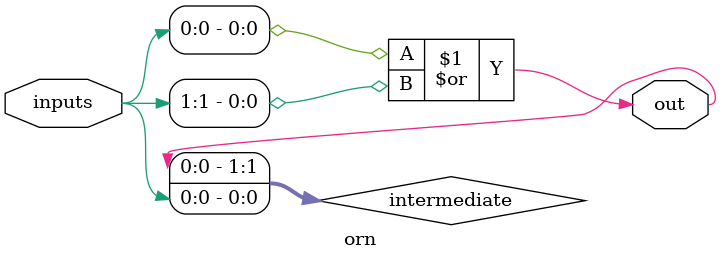
<source format=v>

module orn
#(parameter NB_IN = 2)
(output out, input [NB_IN - 1:0] inputs);
  wire [NB_IN - 1:0] intermediate;

  genvar i;
  assign intermediate[0] = inputs[0];

  generate
    for (i = 1; i < NB_IN; i = i + 1) begin: or_chain
      or or_gate(intermediate[i], intermediate[i - 1], inputs[i]);
    end
  endgenerate

  assign out = intermediate[NB_IN - 1];
endmodule

</source>
